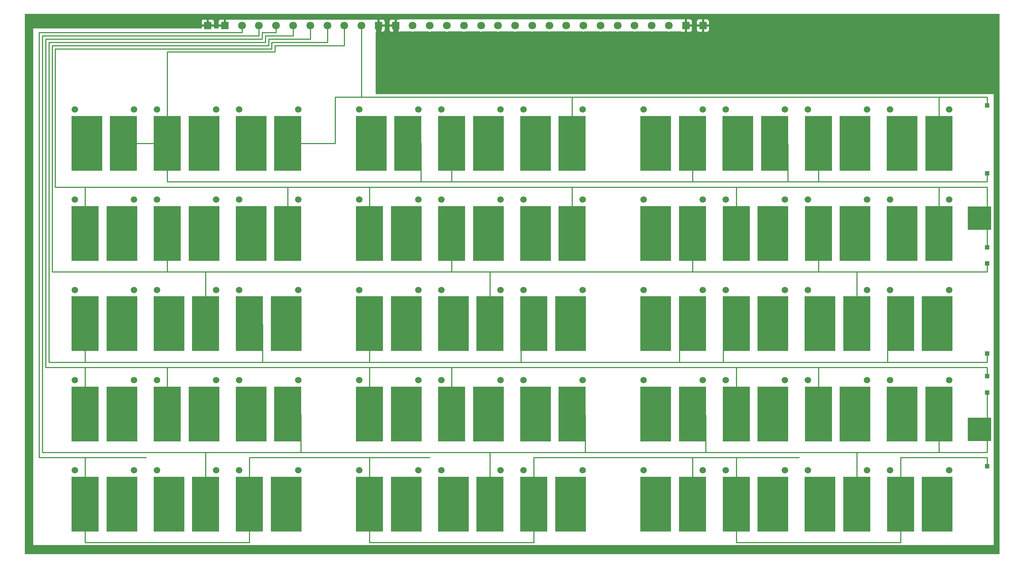
<source format=gbr>
%TF.GenerationSoftware,KiCad,Pcbnew,7.0.7*%
%TF.CreationDate,2023-10-28T12:22:14-07:00*%
%TF.ProjectId,MF50,4d463530-2e6b-4696-9361-645f70636258,rev?*%
%TF.SameCoordinates,Original*%
%TF.FileFunction,Copper,L1,Top*%
%TF.FilePolarity,Positive*%
%FSLAX46Y46*%
G04 Gerber Fmt 4.6, Leading zero omitted, Abs format (unit mm)*
G04 Created by KiCad (PCBNEW 7.0.7) date 2023-10-28 12:22:14*
%MOMM*%
%LPD*%
G01*
G04 APERTURE LIST*
%TA.AperFunction,SMDPad,CuDef*%
%ADD10R,1.000000X1.000000*%
%TD*%
%TA.AperFunction,SMDPad,CuDef*%
%ADD11R,7.110000X12.700000*%
%TD*%
%TA.AperFunction,SMDPad,CuDef*%
%ADD12R,6.350000X12.700000*%
%TD*%
%TA.AperFunction,SMDPad,CuDef*%
%ADD13C,1.520000*%
%TD*%
%TA.AperFunction,SMDPad,CuDef*%
%ADD14R,5.500000X5.500000*%
%TD*%
%TA.AperFunction,ComponentPad*%
%ADD15R,1.800000X1.800000*%
%TD*%
%TA.AperFunction,ComponentPad*%
%ADD16C,1.800000*%
%TD*%
%TA.AperFunction,Conductor*%
%ADD17C,0.250000*%
%TD*%
%TA.AperFunction,Conductor*%
%ADD18C,1.270000*%
%TD*%
%TA.AperFunction,Profile*%
%ADD19C,0.100000*%
%TD*%
G04 APERTURE END LIST*
D10*
%TO.P,TP8,1,1*%
%TO.N,ROW_8*%
X399970000Y-72220000D03*
%TD*%
D11*
%TO.P,SW4,REF*%
%TO.N,N/C*%
X199275000Y-122880000D03*
D12*
%TO.P,SW4,ROW,ROW*%
%TO.N,ROW_4*%
X190765000Y-122880000D03*
D13*
%TO.P,SW4,X*%
%TO.N,N/C*%
X188350000Y-115010000D03*
%TO.P,SW4,Y*%
X202070000Y-115010000D03*
%TD*%
D10*
%TO.P,TP5,1,1*%
%TO.N,ROW_5*%
X399970000Y-108850000D03*
%TD*%
D14*
%TO.P,SW57,ROW,ROW*%
%TO.N,ROW_2*%
X398190000Y-147410000D03*
%TD*%
D11*
%TO.P,SW20,REF*%
%TO.N,N/C*%
X265255000Y-122880000D03*
D12*
%TO.P,SW20,ROW,ROW*%
%TO.N,ROW_4*%
X256745000Y-122880000D03*
D13*
%TO.P,SW20,X*%
%TO.N,N/C*%
X254330000Y-115010000D03*
%TO.P,SW20,Y*%
X268050000Y-115010000D03*
%TD*%
D11*
%TO.P,SW10,REF*%
%TO.N,N/C*%
X229245000Y-143810000D03*
D12*
%TO.P,SW10,ROW,ROW*%
%TO.N,ROW_2*%
X237755000Y-143810000D03*
D13*
%TO.P,SW10,X*%
%TO.N,N/C*%
X240170000Y-135940000D03*
%TO.P,SW10,Y*%
X226450000Y-135940000D03*
%TD*%
D11*
%TO.P,SW27,REF*%
%TO.N,N/C*%
X284305000Y-143810000D03*
D12*
%TO.P,SW27,ROW,ROW*%
%TO.N,ROW_3*%
X275795000Y-143810000D03*
D13*
%TO.P,SW27,X*%
%TO.N,N/C*%
X273380000Y-135940000D03*
%TO.P,SW27,Y*%
X287100000Y-135940000D03*
%TD*%
D11*
%TO.P,SW7,REF*%
%TO.N,N/C*%
X191145000Y-81020000D03*
D12*
%TO.P,SW7,ROW,ROW*%
%TO.N,ROW_7*%
X199655000Y-81020000D03*
D13*
%TO.P,SW7,X*%
%TO.N,N/C*%
X202070000Y-73150000D03*
%TO.P,SW7,Y*%
X188350000Y-73150000D03*
%TD*%
D11*
%TO.P,SW14,REF*%
%TO.N,N/C*%
X229245000Y-101950000D03*
D12*
%TO.P,SW14,ROW,ROW*%
%TO.N,ROW_6*%
X237755000Y-101950000D03*
D13*
%TO.P,SW14,X*%
%TO.N,N/C*%
X240170000Y-94080000D03*
%TO.P,SW14,Y*%
X226450000Y-94080000D03*
%TD*%
D11*
%TO.P,SW49,REF*%
%TO.N,N/C*%
X380255000Y-143810000D03*
D12*
%TO.P,SW49,ROW,ROW*%
%TO.N,ROW_2*%
X388765000Y-143810000D03*
D13*
%TO.P,SW49,X*%
%TO.N,N/C*%
X391180000Y-135940000D03*
%TO.P,SW49,Y*%
X377460000Y-135940000D03*
%TD*%
D11*
%TO.P,SW1,REF*%
%TO.N,N/C*%
X199275000Y-164740000D03*
D12*
%TO.P,SW1,ROW,ROW*%
%TO.N,ROW_1*%
X190765000Y-164740000D03*
D13*
%TO.P,SW1,X*%
%TO.N,N/C*%
X188350000Y-156870000D03*
%TO.P,SW1,Y*%
X202070000Y-156870000D03*
%TD*%
D11*
%TO.P,SW17,REF*%
%TO.N,N/C*%
X265255000Y-164740000D03*
D12*
%TO.P,SW17,ROW,ROW*%
%TO.N,ROW_1*%
X256745000Y-164740000D03*
D13*
%TO.P,SW17,X*%
%TO.N,N/C*%
X254330000Y-156870000D03*
%TO.P,SW17,Y*%
X268050000Y-156870000D03*
%TD*%
D11*
%TO.P,SW15,REF*%
%TO.N,N/C*%
X218325000Y-81020000D03*
D12*
%TO.P,SW15,ROW,ROW*%
%TO.N,ROW_7*%
X209815000Y-81020000D03*
D13*
%TO.P,SW15,X*%
%TO.N,N/C*%
X207400000Y-73150000D03*
%TO.P,SW15,Y*%
X221120000Y-73150000D03*
%TD*%
D11*
%TO.P,CAL1,REF*%
%TO.N,N/C*%
X388385000Y-164740000D03*
D12*
%TO.P,CAL1,ROW,ROW*%
%TO.N,ROW_1*%
X379875000Y-164740000D03*
D13*
%TO.P,CAL1,X*%
%TO.N,N/C*%
X377460000Y-156870000D03*
%TO.P,CAL1,Y*%
X391180000Y-156870000D03*
%TD*%
D11*
%TO.P,SW52,REF*%
%TO.N,N/C*%
X369335000Y-101950000D03*
D12*
%TO.P,SW52,ROW,ROW*%
%TO.N,ROW_5*%
X360825000Y-101950000D03*
D13*
%TO.P,SW52,X*%
%TO.N,N/C*%
X358410000Y-94080000D03*
%TO.P,SW52,Y*%
X372130000Y-94080000D03*
%TD*%
D11*
%TO.P,SW41,REF*%
%TO.N,N/C*%
X350285000Y-164740000D03*
D12*
%TO.P,SW41,ROW,ROW*%
%TO.N,ROW_1*%
X341775000Y-164740000D03*
D13*
%TO.P,SW41,X*%
%TO.N,N/C*%
X339360000Y-156870000D03*
%TO.P,SW41,Y*%
X353080000Y-156870000D03*
%TD*%
D11*
%TO.P,SW6,REF*%
%TO.N,N/C*%
X199275000Y-101950000D03*
D12*
%TO.P,SW6,ROW,ROW*%
%TO.N,ROW_6*%
X190765000Y-101950000D03*
D13*
%TO.P,SW6,X*%
%TO.N,N/C*%
X188350000Y-94080000D03*
%TO.P,SW6,Y*%
X202070000Y-94080000D03*
%TD*%
D11*
%TO.P,SW47,REF*%
%TO.N,N/C*%
X342155000Y-81020000D03*
D12*
%TO.P,SW47,ROW,ROW*%
%TO.N,ROW_7*%
X350665000Y-81020000D03*
D13*
%TO.P,SW47,X*%
%TO.N,N/C*%
X353080000Y-73150000D03*
%TO.P,SW47,Y*%
X339360000Y-73150000D03*
%TD*%
D11*
%TO.P,SW3,REF*%
%TO.N,N/C*%
X199275000Y-143810000D03*
D12*
%TO.P,SW3,ROW,ROW*%
%TO.N,ROW_3*%
X190765000Y-143810000D03*
D13*
%TO.P,SW3,X*%
%TO.N,N/C*%
X188350000Y-135940000D03*
%TO.P,SW3,Y*%
X202070000Y-135940000D03*
%TD*%
D11*
%TO.P,SW29,REF*%
%TO.N,N/C*%
X284305000Y-101950000D03*
D12*
%TO.P,SW29,ROW,ROW*%
%TO.N,ROW_5*%
X275795000Y-101950000D03*
D13*
%TO.P,SW29,X*%
%TO.N,N/C*%
X273380000Y-94080000D03*
%TO.P,SW29,Y*%
X287100000Y-94080000D03*
%TD*%
D11*
%TO.P,SW39,REF*%
%TO.N,N/C*%
X323105000Y-81020000D03*
D12*
%TO.P,SW39,ROW,ROW*%
%TO.N,ROW_7*%
X331615000Y-81020000D03*
D13*
%TO.P,SW39,X*%
%TO.N,N/C*%
X334030000Y-73150000D03*
%TO.P,SW39,Y*%
X320310000Y-73150000D03*
%TD*%
D11*
%TO.P,SW45,REF*%
%TO.N,N/C*%
X361205000Y-122880000D03*
D12*
%TO.P,SW45,ROW,ROW*%
%TO.N,ROW_5*%
X369715000Y-122880000D03*
D13*
%TO.P,SW45,X*%
%TO.N,N/C*%
X372130000Y-115010000D03*
%TO.P,SW45,Y*%
X358410000Y-115010000D03*
%TD*%
D11*
%TO.P,SW23,REF*%
%TO.N,N/C*%
X257125000Y-81020000D03*
D12*
%TO.P,SW23,ROW,ROW*%
%TO.N,ROW_7*%
X265635000Y-81020000D03*
D13*
%TO.P,SW23,X*%
%TO.N,N/C*%
X268050000Y-73150000D03*
%TO.P,SW23,Y*%
X254330000Y-73150000D03*
%TD*%
D11*
%TO.P,SW43,REF*%
%TO.N,N/C*%
X350285000Y-143810000D03*
D12*
%TO.P,SW43,ROW,ROW*%
%TO.N,ROW_3*%
X341775000Y-143810000D03*
D13*
%TO.P,SW43,X*%
%TO.N,N/C*%
X339360000Y-135940000D03*
%TO.P,SW43,Y*%
X353080000Y-135940000D03*
%TD*%
D11*
%TO.P,SW54,REF*%
%TO.N,N/C*%
X369335000Y-81020000D03*
D12*
%TO.P,SW54,ROW,ROW*%
%TO.N,ROW_7*%
X360825000Y-81020000D03*
D13*
%TO.P,SW54,X*%
%TO.N,N/C*%
X358410000Y-73150000D03*
%TO.P,SW54,Y*%
X372130000Y-73150000D03*
%TD*%
D11*
%TO.P,SW22,REF*%
%TO.N,N/C*%
X265255000Y-101950000D03*
D12*
%TO.P,SW22,ROW,ROW*%
%TO.N,ROW_6*%
X256745000Y-101950000D03*
D13*
%TO.P,SW22,X*%
%TO.N,N/C*%
X254330000Y-94080000D03*
%TO.P,SW22,Y*%
X268050000Y-94080000D03*
%TD*%
D11*
%TO.P,SW37,REF*%
%TO.N,N/C*%
X323105000Y-101950000D03*
D12*
%TO.P,SW37,ROW,ROW*%
%TO.N,ROW_5*%
X331615000Y-101950000D03*
D13*
%TO.P,SW37,X*%
%TO.N,N/C*%
X334030000Y-94080000D03*
%TO.P,SW37,Y*%
X320310000Y-94080000D03*
%TD*%
D11*
%TO.P,SW50,REF*%
%TO.N,N/C*%
X369335000Y-143810000D03*
D12*
%TO.P,SW50,ROW,ROW*%
%TO.N,ROW_3*%
X360825000Y-143810000D03*
D13*
%TO.P,SW50,X*%
%TO.N,N/C*%
X358410000Y-135940000D03*
%TO.P,SW50,Y*%
X372130000Y-135940000D03*
%TD*%
D11*
%TO.P,SW13,REF*%
%TO.N,N/C*%
X218325000Y-101950000D03*
D12*
%TO.P,SW13,ROW,ROW*%
%TO.N,ROW_5*%
X209815000Y-101950000D03*
D13*
%TO.P,SW13,X*%
%TO.N,N/C*%
X207400000Y-94080000D03*
%TO.P,SW13,Y*%
X221120000Y-94080000D03*
%TD*%
D11*
%TO.P,SW42,REF*%
%TO.N,N/C*%
X361205000Y-164740000D03*
D12*
%TO.P,SW42,ROW,ROW*%
%TO.N,ROW_2*%
X369715000Y-164740000D03*
D13*
%TO.P,SW42,X*%
%TO.N,N/C*%
X372130000Y-156870000D03*
%TO.P,SW42,Y*%
X358410000Y-156870000D03*
%TD*%
D11*
%TO.P,SW19,REF*%
%TO.N,N/C*%
X265255000Y-143810000D03*
D12*
%TO.P,SW19,ROW,ROW*%
%TO.N,ROW_3*%
X256745000Y-143810000D03*
D13*
%TO.P,SW19,X*%
%TO.N,N/C*%
X254330000Y-135940000D03*
%TO.P,SW19,Y*%
X268050000Y-135940000D03*
%TD*%
D10*
%TO.P,TP6,1,1*%
%TO.N,ROW_6*%
X399970000Y-105140000D03*
%TD*%
D11*
%TO.P,SW21,REF*%
%TO.N,N/C*%
X276175000Y-122880000D03*
D12*
%TO.P,SW21,ROW,ROW*%
%TO.N,ROW_5*%
X284685000Y-122880000D03*
D13*
%TO.P,SW21,X*%
%TO.N,N/C*%
X287100000Y-115010000D03*
%TO.P,SW21,Y*%
X273380000Y-115010000D03*
%TD*%
D10*
%TO.P,TP7,1,1*%
%TO.N,ROW_7*%
X399970000Y-87920000D03*
%TD*%
D11*
%TO.P,SW9,REF*%
%TO.N,N/C*%
X237375000Y-164740000D03*
D12*
%TO.P,SW9,ROW,ROW*%
%TO.N,ROW_1*%
X228865000Y-164740000D03*
D13*
%TO.P,SW9,X*%
%TO.N,N/C*%
X226450000Y-156870000D03*
%TO.P,SW9,Y*%
X240170000Y-156870000D03*
%TD*%
D11*
%TO.P,SW18,REF*%
%TO.N,N/C*%
X276175000Y-164740000D03*
D12*
%TO.P,SW18,ROW,ROW*%
%TO.N,ROW_2*%
X284685000Y-164740000D03*
D13*
%TO.P,SW18,X*%
%TO.N,N/C*%
X287100000Y-156870000D03*
%TO.P,SW18,Y*%
X273380000Y-156870000D03*
%TD*%
D11*
%TO.P,SW30,REF*%
%TO.N,N/C*%
X295225000Y-101950000D03*
D12*
%TO.P,SW30,ROW,ROW*%
%TO.N,ROW_6*%
X303735000Y-101950000D03*
D13*
%TO.P,SW30,X*%
%TO.N,N/C*%
X306150000Y-94080000D03*
%TO.P,SW30,Y*%
X292430000Y-94080000D03*
%TD*%
D11*
%TO.P,SW55,REF*%
%TO.N,N/C*%
X380255000Y-81020000D03*
D12*
%TO.P,SW55,ROW,ROW*%
%TO.N,ROW_8*%
X388765000Y-81020000D03*
D13*
%TO.P,SW55,X*%
%TO.N,N/C*%
X391180000Y-73150000D03*
%TO.P,SW55,Y*%
X377460000Y-73150000D03*
%TD*%
D11*
%TO.P,SW26,REF*%
%TO.N,N/C*%
X295225000Y-143810000D03*
D12*
%TO.P,SW26,ROW,ROW*%
%TO.N,ROW_2*%
X303735000Y-143810000D03*
D13*
%TO.P,SW26,X*%
%TO.N,N/C*%
X306150000Y-135940000D03*
%TO.P,SW26,Y*%
X292430000Y-135940000D03*
%TD*%
D10*
%TO.P,TP1,1,1*%
%TO.N,ROW_1*%
X399970000Y-155940000D03*
%TD*%
D11*
%TO.P,SW46,REF*%
%TO.N,N/C*%
X350285000Y-101950000D03*
D12*
%TO.P,SW46,ROW,ROW*%
%TO.N,ROW_6*%
X341775000Y-101950000D03*
D13*
%TO.P,SW46,X*%
%TO.N,N/C*%
X339360000Y-94080000D03*
%TO.P,SW46,Y*%
X353080000Y-94080000D03*
%TD*%
D10*
%TO.P,TP2,1,1*%
%TO.N,ROW_2*%
X399970000Y-138840000D03*
%TD*%
D11*
%TO.P,SW53,REF*%
%TO.N,N/C*%
X380255000Y-101950000D03*
D12*
%TO.P,SW53,ROW,ROW*%
%TO.N,ROW_6*%
X388765000Y-101950000D03*
D13*
%TO.P,SW53,X*%
%TO.N,N/C*%
X391180000Y-94080000D03*
%TO.P,SW53,Y*%
X377460000Y-94080000D03*
%TD*%
D11*
%TO.P,SW31,REF*%
%TO.N,N/C*%
X284305000Y-81020000D03*
D12*
%TO.P,SW31,ROW,ROW*%
%TO.N,ROW_7*%
X275795000Y-81020000D03*
D13*
%TO.P,SW31,X*%
%TO.N,N/C*%
X273380000Y-73150000D03*
%TO.P,SW31,Y*%
X287100000Y-73150000D03*
%TD*%
D11*
%TO.P,SW5,REF*%
%TO.N,N/C*%
X210195000Y-122880000D03*
D12*
%TO.P,SW5,ROW,ROW*%
%TO.N,ROW_5*%
X218705000Y-122880000D03*
D13*
%TO.P,SW5,X*%
%TO.N,N/C*%
X221120000Y-115010000D03*
%TO.P,SW5,Y*%
X207400000Y-115010000D03*
%TD*%
D11*
%TO.P,SW28,REF*%
%TO.N,N/C*%
X303355000Y-122880000D03*
D12*
%TO.P,SW28,ROW,ROW*%
%TO.N,ROW_4*%
X294845000Y-122880000D03*
D13*
%TO.P,SW28,X*%
%TO.N,N/C*%
X292430000Y-115010000D03*
%TO.P,SW28,Y*%
X306150000Y-115010000D03*
%TD*%
D11*
%TO.P,SW32,REF*%
%TO.N,N/C*%
X295225000Y-81020000D03*
D12*
%TO.P,SW32,ROW,ROW*%
%TO.N,ROW_8*%
X303735000Y-81020000D03*
D13*
%TO.P,SW32,X*%
%TO.N,N/C*%
X306150000Y-73150000D03*
%TO.P,SW32,Y*%
X292430000Y-73150000D03*
%TD*%
D11*
%TO.P,SW12,REF*%
%TO.N,N/C*%
X237375000Y-122880000D03*
D12*
%TO.P,SW12,ROW,ROW*%
%TO.N,ROW_4*%
X228865000Y-122880000D03*
D13*
%TO.P,SW12,X*%
%TO.N,N/C*%
X226450000Y-115010000D03*
%TO.P,SW12,Y*%
X240170000Y-115010000D03*
%TD*%
D11*
%TO.P,SW36,REF*%
%TO.N,N/C*%
X323105000Y-122880000D03*
D12*
%TO.P,SW36,ROW,ROW*%
%TO.N,ROW_4*%
X331615000Y-122880000D03*
D13*
%TO.P,SW36,X*%
%TO.N,N/C*%
X334030000Y-115010000D03*
%TO.P,SW36,Y*%
X320310000Y-115010000D03*
%TD*%
D10*
%TO.P,TP4,1,1*%
%TO.N,ROW_4*%
X399970000Y-129780000D03*
%TD*%
D11*
%TO.P,SW33,REF*%
%TO.N,N/C*%
X323105000Y-164740000D03*
D12*
%TO.P,SW33,ROW,ROW*%
%TO.N,ROW_1*%
X331615000Y-164740000D03*
D13*
%TO.P,SW33,X*%
%TO.N,N/C*%
X334030000Y-156870000D03*
%TO.P,SW33,Y*%
X320310000Y-156870000D03*
%TD*%
D11*
%TO.P,SW11,REF*%
%TO.N,N/C*%
X218325000Y-143810000D03*
D12*
%TO.P,SW11,ROW,ROW*%
%TO.N,ROW_3*%
X209815000Y-143810000D03*
D13*
%TO.P,SW11,X*%
%TO.N,N/C*%
X207400000Y-135940000D03*
%TO.P,SW11,Y*%
X221120000Y-135940000D03*
%TD*%
D11*
%TO.P,SW25,REF*%
%TO.N,N/C*%
X303355000Y-164740000D03*
D12*
%TO.P,SW25,ROW,ROW*%
%TO.N,ROW_1*%
X294845000Y-164740000D03*
D13*
%TO.P,SW25,X*%
%TO.N,N/C*%
X292430000Y-156870000D03*
%TO.P,SW25,Y*%
X306150000Y-156870000D03*
%TD*%
D11*
%TO.P,SW51,REF*%
%TO.N,N/C*%
X388385000Y-122880000D03*
D12*
%TO.P,SW51,ROW,ROW*%
%TO.N,ROW_4*%
X379875000Y-122880000D03*
D13*
%TO.P,SW51,X*%
%TO.N,N/C*%
X377460000Y-115010000D03*
%TO.P,SW51,Y*%
X391180000Y-115010000D03*
%TD*%
D15*
%TO.P,J1,1,GND*%
%TO.N,GND*%
X219210000Y-53695000D03*
%TO.P,J1,2,GND*%
X223170000Y-53695000D03*
D16*
%TO.P,J1,3,ROW_1*%
%TO.N,ROW_1*%
X227130000Y-53695000D03*
%TO.P,J1,4,ROW_2*%
%TO.N,ROW_2*%
X231090000Y-53695000D03*
%TO.P,J1,5,ROW_3*%
%TO.N,ROW_3*%
X235050000Y-53695000D03*
%TO.P,J1,6,ROW_4*%
%TO.N,ROW_4*%
X239010000Y-53695000D03*
%TO.P,J1,7,ROW_5*%
%TO.N,ROW_5*%
X242970000Y-53695000D03*
%TO.P,J1,8,ROW_6*%
%TO.N,ROW_6*%
X246930000Y-53695000D03*
%TO.P,J1,9,ROW_7*%
%TO.N,ROW_7*%
X250890000Y-53695000D03*
%TO.P,J1,10,ROW_8*%
%TO.N,ROW_8*%
X254850000Y-53695000D03*
D15*
%TO.P,J1,11,GND*%
%TO.N,GND*%
X258810000Y-53695000D03*
%TO.P,J1,12,GND*%
X262770000Y-53695000D03*
D16*
%TO.P,J1,13,COL_1*%
%TO.N,unconnected-(J1-COL_1-Pad13)*%
X266730000Y-53695000D03*
%TO.P,J1,14,COL_2*%
%TO.N,unconnected-(J1-COL_2-Pad14)*%
X270690000Y-53695000D03*
%TO.P,J1,15,COL_3*%
%TO.N,unconnected-(J1-COL_3-Pad15)*%
X274650000Y-53695000D03*
%TO.P,J1,16,COL_4*%
%TO.N,COL_1*%
X278610000Y-53695000D03*
%TO.P,J1,17,COL_5*%
%TO.N,COL_2*%
X282570000Y-53695000D03*
%TO.P,J1,18,COL_6*%
%TO.N,COL_3*%
X286530000Y-53695000D03*
%TO.P,J1,19,COL_7*%
%TO.N,COL_4*%
X290490000Y-53695000D03*
%TO.P,J1,20,COL_8*%
%TO.N,COL_5*%
X294450000Y-53665000D03*
%TO.P,J1,21,COL_9*%
%TO.N,COL_6*%
X298410000Y-53665000D03*
%TO.P,J1,22,COL_A*%
%TO.N,COL_7*%
X302370000Y-53665000D03*
%TO.P,J1,23,COL_B*%
%TO.N,unconnected-(J1-COL_B-Pad23)*%
X306330000Y-53665000D03*
%TO.P,J1,24,COL_C*%
%TO.N,unconnected-(J1-COL_C-Pad24)*%
X310290000Y-53665000D03*
%TO.P,J1,25,COL_D*%
%TO.N,unconnected-(J1-COL_D-Pad25)*%
X314250000Y-53665000D03*
%TO.P,J1,26,COL_E*%
%TO.N,unconnected-(J1-COL_E-Pad26)*%
X318210000Y-53665000D03*
%TO.P,J1,27,COL_F*%
%TO.N,unconnected-(J1-COL_F-Pad27)*%
X322170000Y-53665000D03*
%TO.P,J1,28,COL_G*%
%TO.N,COL_8*%
X326130000Y-53665000D03*
D15*
%TO.P,J1,29,GND*%
%TO.N,GND*%
X330090000Y-53665000D03*
%TO.P,J1,30,GND*%
X334050000Y-53665000D03*
%TD*%
D11*
%TO.P,SW34,REF*%
%TO.N,N/C*%
X323105000Y-143810000D03*
D12*
%TO.P,SW34,ROW,ROW*%
%TO.N,ROW_2*%
X331615000Y-143810000D03*
D13*
%TO.P,SW34,X*%
%TO.N,N/C*%
X334030000Y-135940000D03*
%TO.P,SW34,Y*%
X320310000Y-135940000D03*
%TD*%
D10*
%TO.P,TP3,1,1*%
%TO.N,ROW_3*%
X399970000Y-135010000D03*
%TD*%
D11*
%TO.P,SW44,REF*%
%TO.N,N/C*%
X350285000Y-122880000D03*
D12*
%TO.P,SW44,ROW,ROW*%
%TO.N,ROW_4*%
X341775000Y-122880000D03*
D13*
%TO.P,SW44,X*%
%TO.N,N/C*%
X339360000Y-115010000D03*
%TO.P,SW44,Y*%
X353080000Y-115010000D03*
%TD*%
D11*
%TO.P,SW2,REF*%
%TO.N,N/C*%
X210195000Y-164740000D03*
D12*
%TO.P,SW2,ROW,ROW*%
%TO.N,ROW_2*%
X218705000Y-164740000D03*
D13*
%TO.P,SW2,X*%
%TO.N,N/C*%
X221120000Y-156870000D03*
%TO.P,SW2,Y*%
X207400000Y-156870000D03*
%TD*%
D14*
%TO.P,SW61,ROW,ROW*%
%TO.N,ROW_6*%
X398190000Y-98350000D03*
%TD*%
D11*
%TO.P,SW16,REF*%
%TO.N,N/C*%
X229245000Y-81020000D03*
D12*
%TO.P,SW16,ROW,ROW*%
%TO.N,ROW_8*%
X237755000Y-81020000D03*
D13*
%TO.P,SW16,X*%
%TO.N,N/C*%
X240170000Y-73150000D03*
%TO.P,SW16,Y*%
X226450000Y-73150000D03*
%TD*%
D17*
%TO.N,ROW_1*%
X256745000Y-164740000D02*
X256745000Y-153945000D01*
X190765000Y-153945000D02*
X190760000Y-153940000D01*
X379875000Y-173635000D02*
X379870000Y-173640000D01*
X331615000Y-164740000D02*
X331615000Y-153955000D01*
X190765000Y-173635000D02*
X190760000Y-173640000D01*
X341775000Y-173635000D02*
X341780000Y-173640000D01*
X294845000Y-164740000D02*
X294845000Y-153945000D01*
X256745000Y-173635000D02*
X256740000Y-173640000D01*
X256745000Y-164740000D02*
X256745000Y-173635000D01*
X379875000Y-164740000D02*
X379875000Y-173635000D01*
X180120000Y-55300000D02*
X180090000Y-55270000D01*
X228865000Y-153945000D02*
X228860000Y-153940000D01*
X379875000Y-164740000D02*
X379875000Y-153945000D01*
X256745000Y-153945000D02*
X256740000Y-153940000D01*
X256740000Y-153940000D02*
X270700000Y-153940000D01*
X294845000Y-164740000D02*
X294845000Y-173635000D01*
X256740000Y-173640000D02*
X294850000Y-173640000D01*
X190760000Y-153940000D02*
X204920000Y-153940000D01*
X228860000Y-153940000D02*
X256740000Y-153940000D01*
X341780000Y-153940000D02*
X356370000Y-153940000D01*
X228865000Y-164740000D02*
X228865000Y-153945000D01*
X331615000Y-153955000D02*
X331630000Y-153940000D01*
X227130000Y-55300000D02*
X180120000Y-55300000D01*
X180090000Y-153940000D02*
X180090000Y-55270000D01*
X341775000Y-164740000D02*
X341775000Y-153945000D01*
X227130000Y-53695000D02*
X227130000Y-55300000D01*
X190765000Y-164740000D02*
X190765000Y-173635000D01*
X294845000Y-153945000D02*
X294850000Y-153940000D01*
X379870000Y-153940000D02*
X399970000Y-153940000D01*
X379875000Y-153945000D02*
X379870000Y-153940000D01*
X294845000Y-173635000D02*
X294850000Y-173640000D01*
X341775000Y-164740000D02*
X341775000Y-173635000D01*
X190765000Y-164740000D02*
X190765000Y-153945000D01*
X294850000Y-153940000D02*
X331630000Y-153940000D01*
X180090000Y-153940000D02*
X190760000Y-153940000D01*
X228865000Y-173635000D02*
X228860000Y-173640000D01*
X228865000Y-164740000D02*
X228865000Y-173635000D01*
X190760000Y-173640000D02*
X228860000Y-173640000D01*
X399970000Y-155940000D02*
X399970000Y-153940000D01*
X341775000Y-153945000D02*
X341780000Y-153940000D01*
X341780000Y-173640000D02*
X379870000Y-173640000D01*
X331630000Y-153940000D02*
X341780000Y-153940000D01*
D18*
%TO.N,GND*%
X223175000Y-53695000D02*
X223190000Y-53710000D01*
X258810000Y-53695000D02*
X258810000Y-56800000D01*
X262770000Y-53695000D02*
X262770000Y-57060000D01*
D17*
%TO.N,ROW_2*%
X399970000Y-138840000D02*
X399970000Y-147410000D01*
X180840000Y-56050000D02*
X180840000Y-152710000D01*
X388750000Y-152710000D02*
X399970000Y-152710000D01*
X369710000Y-152710000D02*
X388750000Y-152710000D01*
X388765000Y-143810000D02*
X388765000Y-152695000D01*
X306780000Y-152710000D02*
X334660000Y-152710000D01*
X369715000Y-164740000D02*
X369715000Y-152715000D01*
X334660000Y-144055000D02*
X334660000Y-152710000D01*
X240800000Y-143795000D02*
X240800000Y-152700000D01*
X369715000Y-152715000D02*
X369710000Y-152710000D01*
X231090000Y-53695000D02*
X231090000Y-56050000D01*
X218705000Y-152715000D02*
X218710000Y-152710000D01*
X218705000Y-164740000D02*
X218705000Y-152715000D01*
X180840000Y-56050000D02*
X231090000Y-56050000D01*
X218710000Y-152710000D02*
X240810000Y-152710000D01*
X180840000Y-152710000D02*
X218710000Y-152710000D01*
X399970000Y-147410000D02*
X399970000Y-152710000D01*
X284685000Y-152715000D02*
X284680000Y-152710000D01*
X240800000Y-152700000D02*
X240810000Y-152710000D01*
X284685000Y-164740000D02*
X284685000Y-152715000D01*
X306780000Y-144085000D02*
X306780000Y-152710000D01*
X388765000Y-152695000D02*
X388750000Y-152710000D01*
X240810000Y-152710000D02*
X284680000Y-152710000D01*
X284680000Y-152710000D02*
X306780000Y-152710000D01*
X334660000Y-152710000D02*
X369710000Y-152710000D01*
%TO.N,ROW_3*%
X341775000Y-133015000D02*
X341780000Y-133010000D01*
X360825000Y-133015000D02*
X360830000Y-133010000D01*
X209815000Y-133015000D02*
X209820000Y-133010000D01*
X209820000Y-133010000D02*
X256750000Y-133010000D01*
X181590000Y-56800000D02*
X181590000Y-133010000D01*
X181590000Y-133010000D02*
X190760000Y-133010000D01*
X209815000Y-143810000D02*
X209815000Y-133015000D01*
X275795000Y-133015000D02*
X275790000Y-133010000D01*
X190760000Y-133010000D02*
X209820000Y-133010000D01*
X399970000Y-135010000D02*
X399970000Y-133010000D01*
X190765000Y-133015000D02*
X190760000Y-133010000D01*
X360830000Y-133010000D02*
X399970000Y-133010000D01*
X181590000Y-56800000D02*
X231840000Y-56800000D01*
X256745000Y-143810000D02*
X256745000Y-133015000D01*
X275790000Y-133010000D02*
X341780000Y-133010000D01*
X256745000Y-133015000D02*
X256750000Y-133010000D01*
X190765000Y-143810000D02*
X190765000Y-133015000D01*
X231840000Y-55300000D02*
X235050000Y-55300000D01*
X275795000Y-143810000D02*
X275795000Y-133015000D01*
X256750000Y-133010000D02*
X275790000Y-133010000D01*
X231840000Y-56800000D02*
X231840000Y-55300000D01*
X341780000Y-133010000D02*
X360830000Y-133010000D01*
X360825000Y-143810000D02*
X360825000Y-133015000D01*
X341775000Y-143810000D02*
X341775000Y-133015000D01*
X235050000Y-53695000D02*
X235050000Y-55300000D01*
%TO.N,ROW_4*%
X256745000Y-131775000D02*
X256740000Y-131780000D01*
X232550000Y-57550000D02*
X232550000Y-56050000D01*
X376830000Y-131780000D02*
X399970000Y-131780000D01*
X328570000Y-123295000D02*
X328570000Y-131760000D01*
X376830000Y-123085000D02*
X376830000Y-131780000D01*
X182340000Y-57550000D02*
X232550000Y-57550000D01*
X328570000Y-131760000D02*
X328550000Y-131780000D01*
X182340000Y-131780000D02*
X184720000Y-131780000D01*
X291800000Y-131780000D02*
X328550000Y-131780000D01*
X291800000Y-123010000D02*
X291800000Y-131780000D01*
X231910000Y-131770000D02*
X231900000Y-131780000D01*
X256740000Y-131780000D02*
X291800000Y-131780000D01*
X338730000Y-131780000D02*
X376830000Y-131780000D01*
X399970000Y-129780000D02*
X399970000Y-131780000D01*
X231910000Y-123015000D02*
X231910000Y-131770000D01*
X338730000Y-123145000D02*
X338730000Y-131780000D01*
X190765000Y-122880000D02*
X190765000Y-131775000D01*
X328550000Y-131780000D02*
X338730000Y-131780000D01*
X190760000Y-131780000D02*
X231900000Y-131780000D01*
X190765000Y-131775000D02*
X190760000Y-131780000D01*
X231900000Y-131780000D02*
X256740000Y-131780000D01*
X184720000Y-131780000D02*
X190760000Y-131780000D01*
X239010000Y-53695000D02*
X239010000Y-56050000D01*
X232550000Y-56050000D02*
X239010000Y-56050000D01*
X182340000Y-57550000D02*
X182340000Y-131780000D01*
X256745000Y-122880000D02*
X256745000Y-131775000D01*
%TO.N,ROW_5*%
X284685000Y-110855000D02*
X284680000Y-110850000D01*
X233300000Y-58300000D02*
X233300000Y-56800000D01*
X275795000Y-110845000D02*
X275790000Y-110850000D01*
X209815000Y-101950000D02*
X209815000Y-110845000D01*
X360830000Y-110850000D02*
X369710000Y-110850000D01*
X183090000Y-58300000D02*
X233300000Y-58300000D01*
X183090000Y-58300000D02*
X183090000Y-110850000D01*
X209820000Y-110850000D02*
X218700000Y-110850000D01*
X209820000Y-110850000D02*
X183090000Y-110850000D01*
X399970000Y-108850000D02*
X399970000Y-110850000D01*
X331615000Y-110845000D02*
X331610000Y-110850000D01*
X369715000Y-122880000D02*
X369715000Y-110855000D01*
X360825000Y-110845000D02*
X360830000Y-110850000D01*
X369710000Y-110850000D02*
X399970000Y-110850000D01*
X275795000Y-101950000D02*
X275795000Y-110845000D01*
X360825000Y-101950000D02*
X360825000Y-110845000D01*
X369715000Y-110855000D02*
X369710000Y-110850000D01*
X284680000Y-110850000D02*
X331610000Y-110850000D01*
X275790000Y-110850000D02*
X284680000Y-110850000D01*
X218705000Y-110855000D02*
X218700000Y-110850000D01*
X331615000Y-101950000D02*
X331615000Y-110845000D01*
X284685000Y-122880000D02*
X284685000Y-110855000D01*
X218700000Y-110850000D02*
X275790000Y-110850000D01*
X331610000Y-110850000D02*
X360830000Y-110850000D01*
X233300000Y-56800000D02*
X242970000Y-56800000D01*
X218705000Y-122880000D02*
X218705000Y-110855000D01*
X209815000Y-110845000D02*
X209820000Y-110850000D01*
X242970000Y-53695000D02*
X242970000Y-56800000D01*
%TO.N,ROW_6*%
X183840000Y-59050000D02*
X183840000Y-91150000D01*
X341775000Y-101950000D02*
X341775000Y-91155000D01*
X191270000Y-91150000D02*
X237750000Y-91150000D01*
X237755000Y-101950000D02*
X237755000Y-91155000D01*
X190765000Y-101950000D02*
X190765000Y-91155000D01*
X341780000Y-91150000D02*
X388430000Y-91150000D01*
X399970000Y-98690000D02*
X399970000Y-91160000D01*
X183840000Y-59050000D02*
X234050000Y-59050000D01*
X190765000Y-91155000D02*
X190760000Y-91150000D01*
X190760000Y-91150000D02*
X190900000Y-91150000D01*
X237755000Y-91155000D02*
X237750000Y-91150000D01*
X256745000Y-91155000D02*
X256740000Y-91150000D01*
X234050000Y-57550000D02*
X246920000Y-57550000D01*
X256745000Y-101950000D02*
X256745000Y-91155000D01*
X399970000Y-105140000D02*
X399970000Y-98110000D01*
X341775000Y-91155000D02*
X341780000Y-91150000D01*
X303735000Y-101950000D02*
X303735000Y-91155000D01*
X237750000Y-91150000D02*
X256740000Y-91150000D01*
X388430000Y-91150000D02*
X399960000Y-91150000D01*
X190900000Y-91150000D02*
X191270000Y-91150000D01*
X399970000Y-98110000D02*
X399950000Y-98090000D01*
X303735000Y-91155000D02*
X303740000Y-91150000D01*
X388430000Y-91150000D02*
X388770000Y-91150000D01*
X399970000Y-91160000D02*
X399960000Y-91150000D01*
X388765000Y-101950000D02*
X388765000Y-91155000D01*
X303740000Y-91150000D02*
X341780000Y-91150000D01*
X234050000Y-59050000D02*
X234050000Y-57550000D01*
X246930000Y-57540000D02*
X246920000Y-57550000D01*
X388765000Y-91155000D02*
X388770000Y-91150000D01*
X190900000Y-91150000D02*
X183840000Y-91150000D01*
X246930000Y-53695000D02*
X246930000Y-57540000D01*
X256740000Y-91150000D02*
X303740000Y-91150000D01*
%TO.N,ROW_7*%
X360820000Y-89920000D02*
X399960000Y-89920000D01*
X234800000Y-59800000D02*
X234800000Y-58300000D01*
X399970000Y-89910000D02*
X399960000Y-89920000D01*
X275795000Y-81020000D02*
X275795000Y-89905000D01*
X209815000Y-59800000D02*
X234800000Y-59800000D01*
X250890000Y-53695000D02*
X250890000Y-58300000D01*
X331610000Y-89920000D02*
X353710000Y-89920000D01*
X360825000Y-81020000D02*
X360825000Y-89915000D01*
X275795000Y-89905000D02*
X275810000Y-89920000D01*
X209820000Y-89920000D02*
X268680000Y-89920000D01*
X275810000Y-89920000D02*
X331610000Y-89920000D01*
X331615000Y-81020000D02*
X331615000Y-89915000D01*
X353710000Y-89920000D02*
X360820000Y-89920000D01*
X353710000Y-81115000D02*
X353710000Y-89920000D01*
X234800000Y-58300000D02*
X250890000Y-58300000D01*
X360825000Y-89915000D02*
X360820000Y-89920000D01*
X268680000Y-80895000D02*
X268680000Y-89920000D01*
X209815000Y-89915000D02*
X209820000Y-89920000D01*
X331615000Y-89915000D02*
X331610000Y-89920000D01*
X268680000Y-89920000D02*
X275810000Y-89920000D01*
X399970000Y-87920000D02*
X399970000Y-89910000D01*
X209815000Y-81020000D02*
X209815000Y-59800000D01*
X209815000Y-81020000D02*
X209815000Y-89915000D01*
X199655000Y-81020000D02*
X209870000Y-81020000D01*
%TO.N,ROW_8*%
X303730000Y-70220000D02*
X388760000Y-70220000D01*
X237755000Y-81020000D02*
X248740000Y-81020000D01*
X254850000Y-70210000D02*
X254840000Y-70220000D01*
X248740000Y-81020000D02*
X248750000Y-81010000D01*
X303735000Y-81020000D02*
X303735000Y-70225000D01*
X388765000Y-81020000D02*
X388765000Y-70225000D01*
X255700000Y-70220000D02*
X303730000Y-70220000D01*
X388765000Y-70225000D02*
X388760000Y-70220000D01*
X254850000Y-53695000D02*
X254850000Y-70210000D01*
X399970000Y-70230000D02*
X399960000Y-70220000D01*
X254840000Y-70220000D02*
X255700000Y-70220000D01*
X388760000Y-70220000D02*
X399960000Y-70220000D01*
X248750000Y-70220000D02*
X248750000Y-81010000D01*
X248750000Y-70220000D02*
X254840000Y-70220000D01*
X303735000Y-70225000D02*
X303730000Y-70220000D01*
X399970000Y-72220000D02*
X399970000Y-70230000D01*
%TD*%
%TA.AperFunction,Conductor*%
%TO.N,GND*%
G36*
X402681621Y-51000502D02*
G01*
X402728114Y-51054158D01*
X402739500Y-51106500D01*
X402739500Y-176173500D01*
X402719498Y-176241621D01*
X402665842Y-176288114D01*
X402613500Y-176299500D01*
X176926500Y-176299500D01*
X176858379Y-176279498D01*
X176811886Y-176225842D01*
X176800500Y-176173500D01*
X176800500Y-174270000D01*
X178710000Y-174270000D01*
X294825095Y-174270000D01*
X294830958Y-174270184D01*
X294834861Y-174270000D01*
X341755095Y-174270000D01*
X341760958Y-174270184D01*
X341764861Y-174270000D01*
X401460000Y-174270000D01*
X401460000Y-69583281D01*
X401459999Y-69583281D01*
X321618033Y-69594500D01*
X303789144Y-69594500D01*
X303769434Y-69592949D01*
X303749804Y-69589840D01*
X303749803Y-69589840D01*
X303703465Y-69594220D01*
X303697532Y-69594500D01*
X258306000Y-69594500D01*
X258237879Y-69574498D01*
X258191386Y-69520842D01*
X258180000Y-69468500D01*
X258180000Y-55229000D01*
X258200002Y-55160879D01*
X258253658Y-55114386D01*
X258306000Y-55103000D01*
X258556000Y-55103000D01*
X258556000Y-54410412D01*
X258576002Y-54342291D01*
X258629658Y-54295798D01*
X258698444Y-54285490D01*
X258770677Y-54295000D01*
X258770684Y-54295000D01*
X258849316Y-54295000D01*
X258849323Y-54295000D01*
X258921555Y-54285490D01*
X258991702Y-54296429D01*
X259044801Y-54343557D01*
X259064000Y-54410412D01*
X259064000Y-55103000D01*
X259758585Y-55103000D01*
X259758597Y-55102999D01*
X259819093Y-55096494D01*
X259955964Y-55045444D01*
X259955965Y-55045444D01*
X260072904Y-54957904D01*
X260160444Y-54840965D01*
X260160444Y-54840964D01*
X260211494Y-54704093D01*
X260217999Y-54643597D01*
X261362000Y-54643597D01*
X261368505Y-54704093D01*
X261419555Y-54840964D01*
X261419555Y-54840965D01*
X261507095Y-54957904D01*
X261624034Y-55045444D01*
X261760906Y-55096494D01*
X261821402Y-55102999D01*
X261821415Y-55103000D01*
X262516000Y-55103000D01*
X262515999Y-54410412D01*
X262536001Y-54342291D01*
X262589657Y-54295798D01*
X262658444Y-54285490D01*
X262730677Y-54295000D01*
X262730684Y-54295000D01*
X262809316Y-54295000D01*
X262809323Y-54295000D01*
X262881555Y-54285490D01*
X262951702Y-54296429D01*
X263004801Y-54343557D01*
X263024000Y-54410412D01*
X263024000Y-55103000D01*
X263718585Y-55103000D01*
X263718597Y-55102999D01*
X263779094Y-55096494D01*
X263855642Y-55067944D01*
X263899674Y-55060000D01*
X266390768Y-55060000D01*
X266411505Y-55061717D01*
X266613951Y-55095500D01*
X266613955Y-55095500D01*
X266846045Y-55095500D01*
X266846049Y-55095500D01*
X267048494Y-55061717D01*
X267069232Y-55060000D01*
X270350768Y-55060000D01*
X270371505Y-55061717D01*
X270573951Y-55095500D01*
X270573955Y-55095500D01*
X270806045Y-55095500D01*
X270806049Y-55095500D01*
X271008494Y-55061717D01*
X271029232Y-55060000D01*
X274310768Y-55060000D01*
X274331505Y-55061717D01*
X274533951Y-55095500D01*
X274533955Y-55095500D01*
X274766045Y-55095500D01*
X274766049Y-55095500D01*
X274968494Y-55061717D01*
X274989232Y-55060000D01*
X278270768Y-55060000D01*
X278291505Y-55061717D01*
X278493951Y-55095500D01*
X278493955Y-55095500D01*
X278726045Y-55095500D01*
X278726049Y-55095500D01*
X278928494Y-55061717D01*
X278949232Y-55060000D01*
X282230768Y-55060000D01*
X282251505Y-55061717D01*
X282453951Y-55095500D01*
X282453955Y-55095500D01*
X282686045Y-55095500D01*
X282686049Y-55095500D01*
X282888494Y-55061717D01*
X282909232Y-55060000D01*
X286190768Y-55060000D01*
X286211505Y-55061717D01*
X286413951Y-55095500D01*
X286413955Y-55095500D01*
X286646045Y-55095500D01*
X286646049Y-55095500D01*
X286848494Y-55061717D01*
X286869232Y-55060000D01*
X290150768Y-55060000D01*
X290171505Y-55061717D01*
X290373951Y-55095500D01*
X290373955Y-55095500D01*
X290606045Y-55095500D01*
X290606049Y-55095500D01*
X290808494Y-55061717D01*
X290829232Y-55060000D01*
X294290549Y-55060000D01*
X294311285Y-55061718D01*
X294321020Y-55063342D01*
X294333951Y-55065500D01*
X294333953Y-55065500D01*
X294566047Y-55065500D01*
X294566049Y-55065500D01*
X294578979Y-55063342D01*
X294588715Y-55061718D01*
X294609451Y-55060000D01*
X298250549Y-55060000D01*
X298271285Y-55061718D01*
X298281020Y-55063342D01*
X298293951Y-55065500D01*
X298293953Y-55065500D01*
X298526047Y-55065500D01*
X298526049Y-55065500D01*
X298538979Y-55063342D01*
X298548715Y-55061718D01*
X298569451Y-55060000D01*
X302210549Y-55060000D01*
X302231285Y-55061718D01*
X302241020Y-55063342D01*
X302253951Y-55065500D01*
X302253953Y-55065500D01*
X302486047Y-55065500D01*
X302486049Y-55065500D01*
X302498979Y-55063342D01*
X302508715Y-55061718D01*
X302529451Y-55060000D01*
X306170549Y-55060000D01*
X306191285Y-55061718D01*
X306201020Y-55063342D01*
X306213951Y-55065500D01*
X306213953Y-55065500D01*
X306446047Y-55065500D01*
X306446049Y-55065500D01*
X306458979Y-55063342D01*
X306468715Y-55061718D01*
X306489451Y-55060000D01*
X310130549Y-55060000D01*
X310151285Y-55061718D01*
X310161020Y-55063342D01*
X310173951Y-55065500D01*
X310173953Y-55065500D01*
X310406047Y-55065500D01*
X310406049Y-55065500D01*
X310418979Y-55063342D01*
X310428715Y-55061718D01*
X310449451Y-55060000D01*
X314090549Y-55060000D01*
X314111285Y-55061718D01*
X314121020Y-55063342D01*
X314133951Y-55065500D01*
X314133953Y-55065500D01*
X314366047Y-55065500D01*
X314366049Y-55065500D01*
X314378979Y-55063342D01*
X314388715Y-55061718D01*
X314409451Y-55060000D01*
X318050549Y-55060000D01*
X318071285Y-55061718D01*
X318081020Y-55063342D01*
X318093951Y-55065500D01*
X318093953Y-55065500D01*
X318326047Y-55065500D01*
X318326049Y-55065500D01*
X318338979Y-55063342D01*
X318348715Y-55061718D01*
X318369451Y-55060000D01*
X322010549Y-55060000D01*
X322031285Y-55061718D01*
X322041020Y-55063342D01*
X322053951Y-55065500D01*
X322053953Y-55065500D01*
X322286047Y-55065500D01*
X322286049Y-55065500D01*
X322298979Y-55063342D01*
X322308715Y-55061718D01*
X322329451Y-55060000D01*
X325970549Y-55060000D01*
X325991285Y-55061718D01*
X326001020Y-55063342D01*
X326013951Y-55065500D01*
X326013953Y-55065500D01*
X326246047Y-55065500D01*
X326246049Y-55065500D01*
X326258979Y-55063342D01*
X326268715Y-55061718D01*
X326289451Y-55060000D01*
X329040760Y-55060000D01*
X329072967Y-55065810D01*
X329073234Y-55064682D01*
X329080903Y-55066494D01*
X329141402Y-55072999D01*
X329141415Y-55073000D01*
X329836000Y-55073000D01*
X329836000Y-54380412D01*
X329856002Y-54312291D01*
X329909658Y-54265798D01*
X329978444Y-54255490D01*
X330050677Y-54265000D01*
X330050684Y-54265000D01*
X330129316Y-54265000D01*
X330129323Y-54265000D01*
X330201555Y-54255490D01*
X330271702Y-54266429D01*
X330324801Y-54313557D01*
X330344000Y-54380412D01*
X330344000Y-55073000D01*
X331038585Y-55073000D01*
X331038597Y-55072999D01*
X331099093Y-55066494D01*
X331235964Y-55015444D01*
X331235965Y-55015444D01*
X331352904Y-54927904D01*
X331440444Y-54810965D01*
X331440444Y-54810964D01*
X331491494Y-54674093D01*
X331497999Y-54613597D01*
X332642000Y-54613597D01*
X332648505Y-54674093D01*
X332699555Y-54810964D01*
X332699555Y-54810965D01*
X332787095Y-54927904D01*
X332904034Y-55015444D01*
X333040906Y-55066494D01*
X333101402Y-55072999D01*
X333101415Y-55073000D01*
X333796000Y-55073000D01*
X333796000Y-54380412D01*
X333816002Y-54312291D01*
X333869658Y-54265798D01*
X333938444Y-54255490D01*
X334010677Y-54265000D01*
X334010684Y-54265000D01*
X334089316Y-54265000D01*
X334089323Y-54265000D01*
X334161555Y-54255490D01*
X334231702Y-54266429D01*
X334284801Y-54313557D01*
X334304000Y-54380412D01*
X334304000Y-55073000D01*
X334998585Y-55073000D01*
X334998597Y-55072999D01*
X335059093Y-55066494D01*
X335195964Y-55015444D01*
X335195965Y-55015444D01*
X335312904Y-54927904D01*
X335400444Y-54810965D01*
X335400444Y-54810964D01*
X335451494Y-54674093D01*
X335457999Y-54613597D01*
X335458000Y-54613585D01*
X335458000Y-53919000D01*
X334765413Y-53919000D01*
X334697292Y-53898998D01*
X334650799Y-53845342D01*
X334640491Y-53776554D01*
X334655177Y-53665001D01*
X334655177Y-53664998D01*
X334640491Y-53553446D01*
X334651430Y-53483297D01*
X334698559Y-53430199D01*
X334765413Y-53411000D01*
X335458000Y-53411000D01*
X335458000Y-52716414D01*
X335457999Y-52716402D01*
X335451494Y-52655906D01*
X335400444Y-52519035D01*
X335400444Y-52519034D01*
X335312904Y-52402095D01*
X335195965Y-52314555D01*
X335059093Y-52263505D01*
X334998597Y-52257000D01*
X334304000Y-52257000D01*
X334304000Y-52949587D01*
X334283998Y-53017708D01*
X334230342Y-53064201D01*
X334161555Y-53074509D01*
X334089327Y-53065000D01*
X334089323Y-53065000D01*
X334010677Y-53065000D01*
X334010672Y-53065000D01*
X333938445Y-53074509D01*
X333868296Y-53063569D01*
X333815198Y-53016441D01*
X333796000Y-52949587D01*
X333796000Y-52257000D01*
X333101402Y-52257000D01*
X333040906Y-52263505D01*
X332904035Y-52314555D01*
X332904034Y-52314555D01*
X332787095Y-52402095D01*
X332699555Y-52519034D01*
X332699555Y-52519035D01*
X332648505Y-52655906D01*
X332642000Y-52716402D01*
X332642000Y-53411000D01*
X333334587Y-53411000D01*
X333402708Y-53431002D01*
X333449201Y-53484658D01*
X333459509Y-53553446D01*
X333444822Y-53664998D01*
X333444822Y-53665001D01*
X333459509Y-53776554D01*
X333448570Y-53846703D01*
X333401441Y-53899801D01*
X333334587Y-53919000D01*
X332642000Y-53919000D01*
X332642000Y-54613597D01*
X331497999Y-54613597D01*
X331498000Y-54613585D01*
X331498000Y-53919000D01*
X330805413Y-53919000D01*
X330737292Y-53898998D01*
X330690799Y-53845342D01*
X330680491Y-53776554D01*
X330695177Y-53665001D01*
X330695177Y-53664998D01*
X330680491Y-53553446D01*
X330691430Y-53483297D01*
X330738559Y-53430199D01*
X330805413Y-53411000D01*
X331498000Y-53411000D01*
X331498000Y-52716414D01*
X331497999Y-52716402D01*
X331491494Y-52655906D01*
X331440444Y-52519035D01*
X331440444Y-52519034D01*
X331352904Y-52402095D01*
X331235965Y-52314555D01*
X331099093Y-52263505D01*
X331038597Y-52257000D01*
X330344000Y-52257000D01*
X330344000Y-52949587D01*
X330323998Y-53017708D01*
X330270342Y-53064201D01*
X330201555Y-53074509D01*
X330129327Y-53065000D01*
X330129323Y-53065000D01*
X330050677Y-53065000D01*
X330050672Y-53065000D01*
X329978445Y-53074509D01*
X329908296Y-53063569D01*
X329855198Y-53016441D01*
X329836000Y-52949587D01*
X329836000Y-52257000D01*
X329141404Y-52257000D01*
X329116868Y-52259639D01*
X329110128Y-52260000D01*
X263661765Y-52260000D01*
X263617592Y-52284121D01*
X263590809Y-52287000D01*
X263024000Y-52287000D01*
X263024000Y-52979587D01*
X263003998Y-53047708D01*
X262950342Y-53094201D01*
X262881555Y-53104509D01*
X262809327Y-53095000D01*
X262809323Y-53095000D01*
X262730677Y-53095000D01*
X262730672Y-53095000D01*
X262658445Y-53104509D01*
X262588296Y-53093569D01*
X262535198Y-53046441D01*
X262516000Y-52979587D01*
X262516000Y-52287000D01*
X261821402Y-52287000D01*
X261760906Y-52293505D01*
X261624035Y-52344555D01*
X261624034Y-52344555D01*
X261507095Y-52432095D01*
X261419555Y-52549034D01*
X261419555Y-52549035D01*
X261368505Y-52685906D01*
X261362000Y-52746402D01*
X261362000Y-53441000D01*
X262054587Y-53441000D01*
X262122708Y-53461002D01*
X262169201Y-53514658D01*
X262179509Y-53583446D01*
X262164823Y-53694998D01*
X262164823Y-53695001D01*
X262179509Y-53806554D01*
X262168570Y-53876703D01*
X262121441Y-53929801D01*
X262054587Y-53949000D01*
X261362000Y-53949000D01*
X261362000Y-54643597D01*
X260217999Y-54643597D01*
X260218000Y-54643585D01*
X260218000Y-53949000D01*
X259525413Y-53949000D01*
X259457292Y-53928998D01*
X259410799Y-53875342D01*
X259400491Y-53806554D01*
X259415177Y-53695001D01*
X259415177Y-53694998D01*
X259400491Y-53583446D01*
X259411430Y-53513297D01*
X259458559Y-53460199D01*
X259525413Y-53441000D01*
X260218000Y-53441000D01*
X260218000Y-52746414D01*
X260217999Y-52746402D01*
X260211494Y-52685906D01*
X260160444Y-52549035D01*
X260160444Y-52549034D01*
X260072904Y-52432095D01*
X259955965Y-52344555D01*
X259819093Y-52293505D01*
X259758597Y-52287000D01*
X259064000Y-52287000D01*
X259064000Y-52979587D01*
X259043998Y-53047708D01*
X258990342Y-53094201D01*
X258921555Y-53104509D01*
X258849327Y-53095000D01*
X258849323Y-53095000D01*
X258770677Y-53095000D01*
X258770672Y-53095000D01*
X258698445Y-53104509D01*
X258628296Y-53093569D01*
X258575198Y-53046441D01*
X258556000Y-52979587D01*
X258556000Y-52287000D01*
X257861404Y-52287000D01*
X257836868Y-52289639D01*
X257830128Y-52290000D01*
X224149873Y-52290000D01*
X224143133Y-52289639D01*
X224118597Y-52287000D01*
X223424000Y-52287000D01*
X223424000Y-52979587D01*
X223403998Y-53047708D01*
X223350342Y-53094201D01*
X223281555Y-53104509D01*
X223209327Y-53095000D01*
X223209323Y-53095000D01*
X223130677Y-53095000D01*
X223130672Y-53095000D01*
X223058445Y-53104509D01*
X222988296Y-53093569D01*
X222935198Y-53046441D01*
X222916000Y-52979587D01*
X222916000Y-52287000D01*
X222221402Y-52287000D01*
X222160906Y-52293505D01*
X222024035Y-52344555D01*
X222024034Y-52344555D01*
X221907095Y-52432095D01*
X221819555Y-52549034D01*
X221819555Y-52549035D01*
X221768505Y-52685906D01*
X221762000Y-52746402D01*
X221762000Y-53441000D01*
X222454587Y-53441000D01*
X222522708Y-53461002D01*
X222569201Y-53514658D01*
X222579509Y-53583446D01*
X222564823Y-53694998D01*
X222564823Y-53695001D01*
X222579509Y-53806554D01*
X222568570Y-53876703D01*
X222521441Y-53929801D01*
X222454587Y-53949000D01*
X221762000Y-53949000D01*
X221762000Y-54244000D01*
X221741998Y-54312121D01*
X221688342Y-54358614D01*
X221636000Y-54370000D01*
X220744000Y-54370000D01*
X220675879Y-54349998D01*
X220629386Y-54296342D01*
X220618000Y-54244000D01*
X220618000Y-53949000D01*
X219925413Y-53949000D01*
X219857292Y-53928998D01*
X219810799Y-53875342D01*
X219800491Y-53806554D01*
X219815177Y-53695001D01*
X219815177Y-53694998D01*
X219800491Y-53583446D01*
X219811430Y-53513297D01*
X219858559Y-53460199D01*
X219925413Y-53441000D01*
X220618000Y-53441000D01*
X220618000Y-52746414D01*
X220617999Y-52746402D01*
X220611494Y-52685906D01*
X220560444Y-52549035D01*
X220560444Y-52549034D01*
X220472904Y-52432095D01*
X220355965Y-52344555D01*
X220219093Y-52293505D01*
X220158597Y-52287000D01*
X219464000Y-52287000D01*
X219464000Y-52979587D01*
X219443998Y-53047708D01*
X219390342Y-53094201D01*
X219321555Y-53104509D01*
X219249327Y-53095000D01*
X219249323Y-53095000D01*
X219170677Y-53095000D01*
X219170672Y-53095000D01*
X219098445Y-53104509D01*
X219028296Y-53093569D01*
X218975198Y-53046441D01*
X218956000Y-52979587D01*
X218956000Y-52287000D01*
X218261402Y-52287000D01*
X218200906Y-52293505D01*
X218064035Y-52344555D01*
X218064034Y-52344555D01*
X217947095Y-52432095D01*
X217859555Y-52549034D01*
X217859555Y-52549035D01*
X217808505Y-52685906D01*
X217802000Y-52746402D01*
X217802000Y-53441000D01*
X218494587Y-53441000D01*
X218562708Y-53461002D01*
X218609201Y-53514658D01*
X218619509Y-53583446D01*
X218604823Y-53694998D01*
X218604823Y-53695001D01*
X218619509Y-53806554D01*
X218608570Y-53876703D01*
X218561441Y-53929801D01*
X218494587Y-53949000D01*
X217802000Y-53949000D01*
X217802000Y-54244000D01*
X217781998Y-54312121D01*
X217728342Y-54358614D01*
X217676000Y-54370000D01*
X178710000Y-54370000D01*
X178710000Y-174270000D01*
X176800500Y-174270000D01*
X176800500Y-51106500D01*
X176820502Y-51038379D01*
X176874158Y-50991886D01*
X176926500Y-50980500D01*
X402613500Y-50980500D01*
X402681621Y-51000502D01*
G37*
%TD.AperFunction*%
%TD*%
D19*
X402740000Y-50980000D02*
X176800000Y-50980000D01*
X176800000Y-176300000D02*
X402740000Y-176300000D01*
X176800000Y-176300000D02*
X176800000Y-50980000D01*
X402740000Y-176300000D02*
X402740000Y-50980000D01*
M02*

</source>
